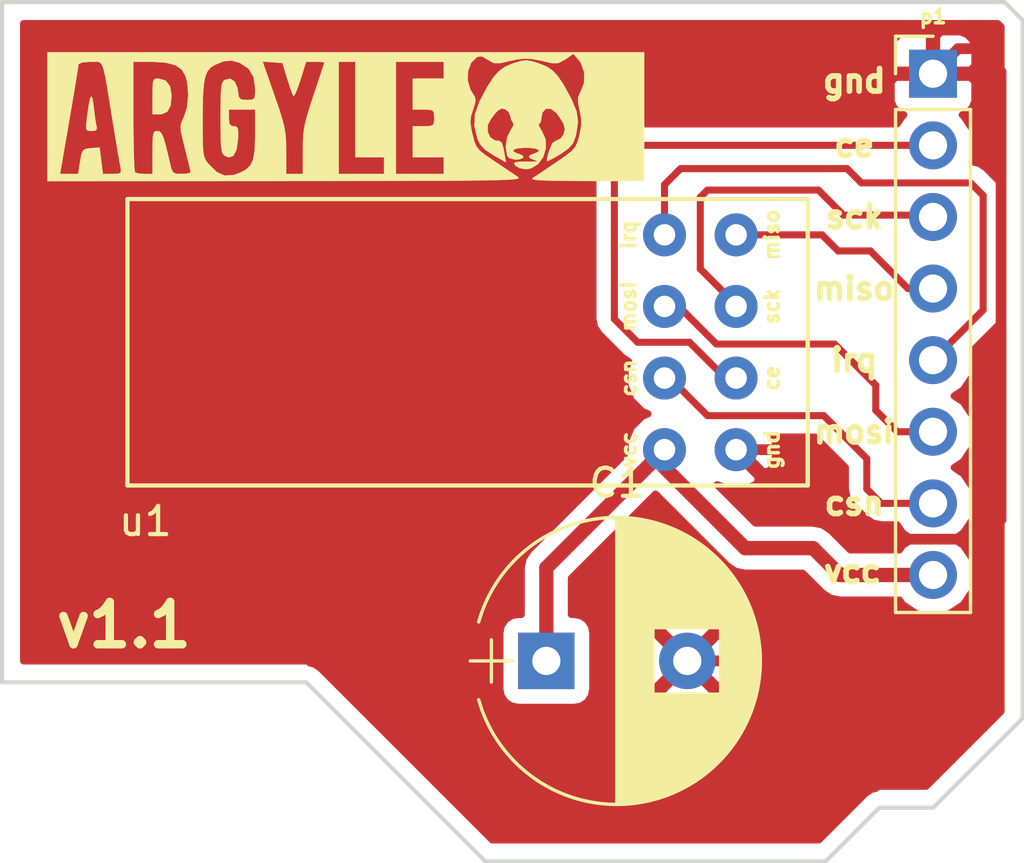
<source format=kicad_pcb>
(kicad_pcb (version 4) (host pcbnew 4.0.7)

  (general
    (links 10)
    (no_connects 0)
    (area 107.874999 109.1155 145.71762 139.973)
    (thickness 1.6)
    (drawings 21)
    (tracks 61)
    (zones 0)
    (modules 4)
    (nets 9)
  )

  (page A4)
  (title_block
    (title "nRF24 Breakout")
    (date 2018-06-21)
    (rev 1.0)
    (company "Argyle Labs")
    (comment 1 "M. Oswald")
  )

  (layers
    (0 F.Cu signal)
    (31 B.Cu signal)
    (32 B.Adhes user)
    (33 F.Adhes user)
    (34 B.Paste user)
    (35 F.Paste user)
    (36 B.SilkS user)
    (37 F.SilkS user)
    (38 B.Mask user)
    (39 F.Mask user)
    (40 Dwgs.User user)
    (41 Cmts.User user)
    (42 Eco1.User user)
    (43 Eco2.User user)
    (44 Edge.Cuts user)
    (45 Margin user)
    (46 B.CrtYd user)
    (47 F.CrtYd user)
    (48 B.Fab user)
    (49 F.Fab user)
  )

  (setup
    (last_trace_width 0.25)
    (user_trace_width 0.1524)
    (user_trace_width 0.254)
    (user_trace_width 0.381)
    (user_trace_width 0.508)
    (user_trace_width 0.8128)
    (trace_clearance 0.2)
    (zone_clearance 0.508)
    (zone_45_only no)
    (trace_min 0.1524)
    (segment_width 0.2)
    (edge_width 0.15)
    (via_size 0.6)
    (via_drill 0.4)
    (via_min_size 0.4)
    (via_min_drill 0.254)
    (user_via 0.4826 0.3302)
    (user_via 0.5 0.4)
    (user_via 1.9 0.254)
    (uvia_size 0.3)
    (uvia_drill 0.1)
    (uvias_allowed no)
    (uvia_min_size 0.2)
    (uvia_min_drill 0.1)
    (pcb_text_width 0.3)
    (pcb_text_size 1.5 1.5)
    (mod_edge_width 0.15)
    (mod_text_size 1 1)
    (mod_text_width 0.15)
    (pad_size 1.524 1.524)
    (pad_drill 0.762)
    (pad_to_mask_clearance 0.2)
    (aux_axis_origin 0 0)
    (visible_elements FFFFFF7F)
    (pcbplotparams
      (layerselection 0x010f0_80000001)
      (usegerberextensions true)
      (excludeedgelayer true)
      (linewidth 0.100000)
      (plotframeref false)
      (viasonmask false)
      (mode 1)
      (useauxorigin false)
      (hpglpennumber 1)
      (hpglpenspeed 20)
      (hpglpendiameter 15)
      (hpglpenoverlay 2)
      (psnegative false)
      (psa4output false)
      (plotreference true)
      (plotvalue true)
      (plotinvisibletext false)
      (padsonsilk false)
      (subtractmaskfromsilk false)
      (outputformat 1)
      (mirror false)
      (drillshape 0)
      (scaleselection 1)
      (outputdirectory ../../nRF24Gerber/))
  )

  (net 0 "")
  (net 1 "Net-(p1-Pad2)")
  (net 2 "Net-(p1-Pad3)")
  (net 3 "Net-(p1-Pad4)")
  (net 4 "Net-(p1-Pad5)")
  (net 5 "Net-(p1-Pad6)")
  (net 6 "Net-(p1-Pad7)")
  (net 7 "Net-(C1-Pad1)")
  (net 8 "Net-(C1-Pad2)")

  (net_class Default "This is the default net class."
    (clearance 0.2)
    (trace_width 0.25)
    (via_dia 0.6)
    (via_drill 0.4)
    (uvia_dia 0.3)
    (uvia_drill 0.1)
    (add_net "Net-(C1-Pad1)")
    (add_net "Net-(C1-Pad2)")
    (add_net "Net-(p1-Pad2)")
    (add_net "Net-(p1-Pad3)")
    (add_net "Net-(p1-Pad4)")
    (add_net "Net-(p1-Pad5)")
    (add_net "Net-(p1-Pad6)")
    (add_net "Net-(p1-Pad7)")
  )

  (module Pin_Headers:Pin_Header_Straight_1x08_Pitch2.54mm (layer F.Cu) (tedit 5B2C615B) (tstamp 5B2C54AD)
    (at 140.97 111.76)
    (descr "Through hole straight pin header, 1x08, 2.54mm pitch, single row")
    (tags "Through hole pin header THT 1x08 2.54mm single row")
    (path /5B2C40E6)
    (fp_text reference p1 (at 0 -2.032) (layer F.SilkS)
      (effects (font (size 0.5 0.5) (thickness 0.125)))
    )
    (fp_text value Conn_01x08 (at 0 20.11) (layer F.Fab) hide
      (effects (font (size 1 1) (thickness 0.15)))
    )
    (fp_line (start -0.635 -1.27) (end 1.27 -1.27) (layer F.Fab) (width 0.1))
    (fp_line (start 1.27 -1.27) (end 1.27 19.05) (layer F.Fab) (width 0.1))
    (fp_line (start 1.27 19.05) (end -1.27 19.05) (layer F.Fab) (width 0.1))
    (fp_line (start -1.27 19.05) (end -1.27 -0.635) (layer F.Fab) (width 0.1))
    (fp_line (start -1.27 -0.635) (end -0.635 -1.27) (layer F.Fab) (width 0.1))
    (fp_line (start -1.33 19.11) (end 1.33 19.11) (layer F.SilkS) (width 0.12))
    (fp_line (start -1.33 1.27) (end -1.33 19.11) (layer F.SilkS) (width 0.12))
    (fp_line (start 1.33 1.27) (end 1.33 19.11) (layer F.SilkS) (width 0.12))
    (fp_line (start -1.33 1.27) (end 1.33 1.27) (layer F.SilkS) (width 0.12))
    (fp_line (start -1.33 0) (end -1.33 -1.33) (layer F.SilkS) (width 0.12))
    (fp_line (start -1.33 -1.33) (end 0 -1.33) (layer F.SilkS) (width 0.12))
    (fp_line (start -1.8 -1.8) (end -1.8 19.55) (layer F.CrtYd) (width 0.05))
    (fp_line (start -1.8 19.55) (end 1.8 19.55) (layer F.CrtYd) (width 0.05))
    (fp_line (start 1.8 19.55) (end 1.8 -1.8) (layer F.CrtYd) (width 0.05))
    (fp_line (start 1.8 -1.8) (end -1.8 -1.8) (layer F.CrtYd) (width 0.05))
    (fp_text user %R (at 0 8.89 90) (layer F.Fab)
      (effects (font (size 1 1) (thickness 0.15)))
    )
    (pad 1 thru_hole rect (at 0 0) (size 1.7 1.7) (drill 1) (layers *.Cu *.Mask)
      (net 8 "Net-(C1-Pad2)"))
    (pad 2 thru_hole oval (at 0 2.54) (size 1.7 1.7) (drill 1) (layers *.Cu *.Mask)
      (net 1 "Net-(p1-Pad2)"))
    (pad 3 thru_hole oval (at 0 5.08) (size 1.7 1.7) (drill 1) (layers *.Cu *.Mask)
      (net 2 "Net-(p1-Pad3)"))
    (pad 4 thru_hole oval (at 0 7.62) (size 1.7 1.7) (drill 1) (layers *.Cu *.Mask)
      (net 3 "Net-(p1-Pad4)"))
    (pad 5 thru_hole oval (at 0 10.16) (size 1.7 1.7) (drill 1) (layers *.Cu *.Mask)
      (net 4 "Net-(p1-Pad5)"))
    (pad 6 thru_hole oval (at 0 12.7) (size 1.7 1.7) (drill 1) (layers *.Cu *.Mask)
      (net 5 "Net-(p1-Pad6)"))
    (pad 7 thru_hole oval (at 0 15.24) (size 1.7 1.7) (drill 1) (layers *.Cu *.Mask)
      (net 6 "Net-(p1-Pad7)"))
    (pad 8 thru_hole oval (at 0 17.78) (size 1.7 1.7) (drill 1) (layers *.Cu *.Mask)
      (net 7 "Net-(C1-Pad1)"))
    (model ${KISYS3DMOD}/Pin_Headers.3dshapes/Pin_Header_Straight_1x08_Pitch2.54mm.wrl
      (at (xyz 0 0 0))
      (scale (xyz 1 1 1))
      (rotate (xyz 0 0 0))
    )
  )

  (module nRF24_footprints:nRF24 (layer F.Cu) (tedit 5B32D6D0) (tstamp 5B2C54C8)
    (at 123.825 123.825)
    (descr "A footprint for the generic nRF24 module")
    (path /5B2C46D2)
    (fp_text reference u1 (at -10.795 3.81) (layer F.SilkS)
      (effects (font (size 1 1) (thickness 0.15)))
    )
    (fp_text value nRF24 (at 1.905 -2.54) (layer F.Fab)
      (effects (font (size 1 1) (thickness 0.15)))
    )
    (fp_text user vcc (at 6.35 1.27 90) (layer F.SilkS)
      (effects (font (size 0.5 0.5) (thickness 0.125)))
    )
    (fp_text user csn (at 6.35 -1.27 90) (layer F.SilkS)
      (effects (font (size 0.5 0.5) (thickness 0.125)))
    )
    (fp_text user mosi (at 6.35 -3.81 90) (layer F.SilkS)
      (effects (font (size 0.5 0.5) (thickness 0.125)))
    )
    (fp_text user irq (at 6.35 -6.35 90) (layer F.SilkS)
      (effects (font (size 0.5 0.5) (thickness 0.125)))
    )
    (fp_line (start 11.43 2.54) (end 12.7 2.54) (layer F.SilkS) (width 0.15))
    (fp_text user miso (at 11.43 -6.35 90) (layer F.SilkS)
      (effects (font (size 0.5 0.5) (thickness 0.125)))
    )
    (fp_text user sck (at 11.43 -3.81 90) (layer F.SilkS)
      (effects (font (size 0.5 0.5) (thickness 0.125)))
    )
    (fp_text user ce (at 11.43 -1.27 90) (layer F.SilkS)
      (effects (font (size 0.5 0.5) (thickness 0.125)))
    )
    (fp_text user gnd (at 11.43 1.27 90) (layer F.SilkS)
      (effects (font (size 0.5 0.5) (thickness 0.125)))
    )
    (fp_line (start 12.7 2.54) (end 12.7 -7.62) (layer F.SilkS) (width 0.15))
    (fp_line (start 12.7 -7.62) (end 12.7 2.54) (layer F.SilkS) (width 0.15))
    (fp_line (start 11.43 -7.62) (end 12.7 -7.62) (layer F.SilkS) (width 0.15))
    (fp_line (start -11.43 2.54) (end 11.43 2.54) (layer F.SilkS) (width 0.15))
    (fp_line (start -11.43 -7.62) (end -11.43 2.54) (layer F.SilkS) (width 0.15))
    (fp_line (start 11.43 -7.62) (end -11.43 -7.62) (layer F.SilkS) (width 0.15))
    (pad 1 thru_hole circle (at 10.16 -1.27) (size 1.524 1.524) (drill 0.762) (layers *.Cu *.Mask)
      (net 1 "Net-(p1-Pad2)"))
    (pad 2 thru_hole circle (at 10.16 -3.81) (size 1.524 1.524) (drill 0.762) (layers *.Cu *.Mask)
      (net 2 "Net-(p1-Pad3)"))
    (pad 3 thru_hole circle (at 10.16 -6.35) (size 1.524 1.524) (drill 0.762) (layers *.Cu *.Mask)
      (net 3 "Net-(p1-Pad4)"))
    (pad 0 thru_hole circle (at 10.16 1.27) (size 1.524 1.524) (drill 0.762) (layers *.Cu *.Mask)
      (net 8 "Net-(C1-Pad2)"))
    (pad 4 thru_hole circle (at 7.62 -6.35) (size 1.524 1.524) (drill 0.762) (layers *.Cu *.Mask)
      (net 4 "Net-(p1-Pad5)"))
    (pad 5 thru_hole circle (at 7.62 -3.81) (size 1.524 1.524) (drill 0.762) (layers *.Cu *.Mask)
      (net 5 "Net-(p1-Pad6)"))
    (pad 6 thru_hole circle (at 7.62 -1.27) (size 1.524 1.524) (drill 0.762) (layers *.Cu *.Mask)
      (net 6 "Net-(p1-Pad7)"))
    (pad 7 thru_hole circle (at 7.62 1.27) (size 1.524 1.524) (drill 0.762) (layers *.Cu *.Mask)
      (net 7 "Net-(C1-Pad1)"))
  )

  (module Capacitors_THT:CP_Radial_D10.0mm_P5.00mm (layer F.Cu) (tedit 597BC7C2) (tstamp 5B2D0595)
    (at 127.254 132.588)
    (descr "CP, Radial series, Radial, pin pitch=5.00mm, , diameter=10mm, Electrolytic Capacitor")
    (tags "CP Radial series Radial pin pitch 5.00mm  diameter 10mm Electrolytic Capacitor")
    (path /5B2D035E)
    (fp_text reference C1 (at 2.5 -6.31) (layer F.SilkS)
      (effects (font (size 1 1) (thickness 0.15)))
    )
    (fp_text value 10uF (at 2.5 6.31) (layer F.Fab)
      (effects (font (size 1 1) (thickness 0.15)))
    )
    (fp_arc (start 2.5 0) (end -2.399357 -1.38) (angle 148.5) (layer F.SilkS) (width 0.12))
    (fp_arc (start 2.5 0) (end -2.399357 1.38) (angle -148.5) (layer F.SilkS) (width 0.12))
    (fp_arc (start 2.5 0) (end 7.399357 -1.38) (angle 31.5) (layer F.SilkS) (width 0.12))
    (fp_circle (center 2.5 0) (end 7.5 0) (layer F.Fab) (width 0.1))
    (fp_line (start -2.7 0) (end -1.2 0) (layer F.Fab) (width 0.1))
    (fp_line (start -1.95 -0.75) (end -1.95 0.75) (layer F.Fab) (width 0.1))
    (fp_line (start 2.5 -5.05) (end 2.5 5.05) (layer F.SilkS) (width 0.12))
    (fp_line (start 2.54 -5.05) (end 2.54 5.05) (layer F.SilkS) (width 0.12))
    (fp_line (start 2.58 -5.05) (end 2.58 5.05) (layer F.SilkS) (width 0.12))
    (fp_line (start 2.62 -5.049) (end 2.62 5.049) (layer F.SilkS) (width 0.12))
    (fp_line (start 2.66 -5.048) (end 2.66 5.048) (layer F.SilkS) (width 0.12))
    (fp_line (start 2.7 -5.047) (end 2.7 5.047) (layer F.SilkS) (width 0.12))
    (fp_line (start 2.74 -5.045) (end 2.74 5.045) (layer F.SilkS) (width 0.12))
    (fp_line (start 2.78 -5.043) (end 2.78 5.043) (layer F.SilkS) (width 0.12))
    (fp_line (start 2.82 -5.04) (end 2.82 5.04) (layer F.SilkS) (width 0.12))
    (fp_line (start 2.86 -5.038) (end 2.86 5.038) (layer F.SilkS) (width 0.12))
    (fp_line (start 2.9 -5.035) (end 2.9 5.035) (layer F.SilkS) (width 0.12))
    (fp_line (start 2.94 -5.031) (end 2.94 5.031) (layer F.SilkS) (width 0.12))
    (fp_line (start 2.98 -5.028) (end 2.98 5.028) (layer F.SilkS) (width 0.12))
    (fp_line (start 3.02 -5.024) (end 3.02 5.024) (layer F.SilkS) (width 0.12))
    (fp_line (start 3.06 -5.02) (end 3.06 5.02) (layer F.SilkS) (width 0.12))
    (fp_line (start 3.1 -5.015) (end 3.1 5.015) (layer F.SilkS) (width 0.12))
    (fp_line (start 3.14 -5.01) (end 3.14 5.01) (layer F.SilkS) (width 0.12))
    (fp_line (start 3.18 -5.005) (end 3.18 5.005) (layer F.SilkS) (width 0.12))
    (fp_line (start 3.221 -4.999) (end 3.221 4.999) (layer F.SilkS) (width 0.12))
    (fp_line (start 3.261 -4.993) (end 3.261 4.993) (layer F.SilkS) (width 0.12))
    (fp_line (start 3.301 -4.987) (end 3.301 4.987) (layer F.SilkS) (width 0.12))
    (fp_line (start 3.341 -4.981) (end 3.341 4.981) (layer F.SilkS) (width 0.12))
    (fp_line (start 3.381 -4.974) (end 3.381 4.974) (layer F.SilkS) (width 0.12))
    (fp_line (start 3.421 -4.967) (end 3.421 4.967) (layer F.SilkS) (width 0.12))
    (fp_line (start 3.461 -4.959) (end 3.461 4.959) (layer F.SilkS) (width 0.12))
    (fp_line (start 3.501 -4.951) (end 3.501 4.951) (layer F.SilkS) (width 0.12))
    (fp_line (start 3.541 -4.943) (end 3.541 4.943) (layer F.SilkS) (width 0.12))
    (fp_line (start 3.581 -4.935) (end 3.581 4.935) (layer F.SilkS) (width 0.12))
    (fp_line (start 3.621 -4.926) (end 3.621 4.926) (layer F.SilkS) (width 0.12))
    (fp_line (start 3.661 -4.917) (end 3.661 4.917) (layer F.SilkS) (width 0.12))
    (fp_line (start 3.701 -4.907) (end 3.701 4.907) (layer F.SilkS) (width 0.12))
    (fp_line (start 3.741 -4.897) (end 3.741 4.897) (layer F.SilkS) (width 0.12))
    (fp_line (start 3.781 -4.887) (end 3.781 4.887) (layer F.SilkS) (width 0.12))
    (fp_line (start 3.821 -4.876) (end 3.821 -1.181) (layer F.SilkS) (width 0.12))
    (fp_line (start 3.821 1.181) (end 3.821 4.876) (layer F.SilkS) (width 0.12))
    (fp_line (start 3.861 -4.865) (end 3.861 -1.181) (layer F.SilkS) (width 0.12))
    (fp_line (start 3.861 1.181) (end 3.861 4.865) (layer F.SilkS) (width 0.12))
    (fp_line (start 3.901 -4.854) (end 3.901 -1.181) (layer F.SilkS) (width 0.12))
    (fp_line (start 3.901 1.181) (end 3.901 4.854) (layer F.SilkS) (width 0.12))
    (fp_line (start 3.941 -4.843) (end 3.941 -1.181) (layer F.SilkS) (width 0.12))
    (fp_line (start 3.941 1.181) (end 3.941 4.843) (layer F.SilkS) (width 0.12))
    (fp_line (start 3.981 -4.831) (end 3.981 -1.181) (layer F.SilkS) (width 0.12))
    (fp_line (start 3.981 1.181) (end 3.981 4.831) (layer F.SilkS) (width 0.12))
    (fp_line (start 4.021 -4.818) (end 4.021 -1.181) (layer F.SilkS) (width 0.12))
    (fp_line (start 4.021 1.181) (end 4.021 4.818) (layer F.SilkS) (width 0.12))
    (fp_line (start 4.061 -4.806) (end 4.061 -1.181) (layer F.SilkS) (width 0.12))
    (fp_line (start 4.061 1.181) (end 4.061 4.806) (layer F.SilkS) (width 0.12))
    (fp_line (start 4.101 -4.792) (end 4.101 -1.181) (layer F.SilkS) (width 0.12))
    (fp_line (start 4.101 1.181) (end 4.101 4.792) (layer F.SilkS) (width 0.12))
    (fp_line (start 4.141 -4.779) (end 4.141 -1.181) (layer F.SilkS) (width 0.12))
    (fp_line (start 4.141 1.181) (end 4.141 4.779) (layer F.SilkS) (width 0.12))
    (fp_line (start 4.181 -4.765) (end 4.181 -1.181) (layer F.SilkS) (width 0.12))
    (fp_line (start 4.181 1.181) (end 4.181 4.765) (layer F.SilkS) (width 0.12))
    (fp_line (start 4.221 -4.751) (end 4.221 -1.181) (layer F.SilkS) (width 0.12))
    (fp_line (start 4.221 1.181) (end 4.221 4.751) (layer F.SilkS) (width 0.12))
    (fp_line (start 4.261 -4.737) (end 4.261 -1.181) (layer F.SilkS) (width 0.12))
    (fp_line (start 4.261 1.181) (end 4.261 4.737) (layer F.SilkS) (width 0.12))
    (fp_line (start 4.301 -4.722) (end 4.301 -1.181) (layer F.SilkS) (width 0.12))
    (fp_line (start 4.301 1.181) (end 4.301 4.722) (layer F.SilkS) (width 0.12))
    (fp_line (start 4.341 -4.706) (end 4.341 -1.181) (layer F.SilkS) (width 0.12))
    (fp_line (start 4.341 1.181) (end 4.341 4.706) (layer F.SilkS) (width 0.12))
    (fp_line (start 4.381 -4.691) (end 4.381 -1.181) (layer F.SilkS) (width 0.12))
    (fp_line (start 4.381 1.181) (end 4.381 4.691) (layer F.SilkS) (width 0.12))
    (fp_line (start 4.421 -4.674) (end 4.421 -1.181) (layer F.SilkS) (width 0.12))
    (fp_line (start 4.421 1.181) (end 4.421 4.674) (layer F.SilkS) (width 0.12))
    (fp_line (start 4.461 -4.658) (end 4.461 -1.181) (layer F.SilkS) (width 0.12))
    (fp_line (start 4.461 1.181) (end 4.461 4.658) (layer F.SilkS) (width 0.12))
    (fp_line (start 4.501 -4.641) (end 4.501 -1.181) (layer F.SilkS) (width 0.12))
    (fp_line (start 4.501 1.181) (end 4.501 4.641) (layer F.SilkS) (width 0.12))
    (fp_line (start 4.541 -4.624) (end 4.541 -1.181) (layer F.SilkS) (width 0.12))
    (fp_line (start 4.541 1.181) (end 4.541 4.624) (layer F.SilkS) (width 0.12))
    (fp_line (start 4.581 -4.606) (end 4.581 -1.181) (layer F.SilkS) (width 0.12))
    (fp_line (start 4.581 1.181) (end 4.581 4.606) (layer F.SilkS) (width 0.12))
    (fp_line (start 4.621 -4.588) (end 4.621 -1.181) (layer F.SilkS) (width 0.12))
    (fp_line (start 4.621 1.181) (end 4.621 4.588) (layer F.SilkS) (width 0.12))
    (fp_line (start 4.661 -4.569) (end 4.661 -1.181) (layer F.SilkS) (width 0.12))
    (fp_line (start 4.661 1.181) (end 4.661 4.569) (layer F.SilkS) (width 0.12))
    (fp_line (start 4.701 -4.55) (end 4.701 -1.181) (layer F.SilkS) (width 0.12))
    (fp_line (start 4.701 1.181) (end 4.701 4.55) (layer F.SilkS) (width 0.12))
    (fp_line (start 4.741 -4.531) (end 4.741 -1.181) (layer F.SilkS) (width 0.12))
    (fp_line (start 4.741 1.181) (end 4.741 4.531) (layer F.SilkS) (width 0.12))
    (fp_line (start 4.781 -4.511) (end 4.781 -1.181) (layer F.SilkS) (width 0.12))
    (fp_line (start 4.781 1.181) (end 4.781 4.511) (layer F.SilkS) (width 0.12))
    (fp_line (start 4.821 -4.491) (end 4.821 -1.181) (layer F.SilkS) (width 0.12))
    (fp_line (start 4.821 1.181) (end 4.821 4.491) (layer F.SilkS) (width 0.12))
    (fp_line (start 4.861 -4.47) (end 4.861 -1.181) (layer F.SilkS) (width 0.12))
    (fp_line (start 4.861 1.181) (end 4.861 4.47) (layer F.SilkS) (width 0.12))
    (fp_line (start 4.901 -4.449) (end 4.901 -1.181) (layer F.SilkS) (width 0.12))
    (fp_line (start 4.901 1.181) (end 4.901 4.449) (layer F.SilkS) (width 0.12))
    (fp_line (start 4.941 -4.428) (end 4.941 -1.181) (layer F.SilkS) (width 0.12))
    (fp_line (start 4.941 1.181) (end 4.941 4.428) (layer F.SilkS) (width 0.12))
    (fp_line (start 4.981 -4.405) (end 4.981 -1.181) (layer F.SilkS) (width 0.12))
    (fp_line (start 4.981 1.181) (end 4.981 4.405) (layer F.SilkS) (width 0.12))
    (fp_line (start 5.021 -4.383) (end 5.021 -1.181) (layer F.SilkS) (width 0.12))
    (fp_line (start 5.021 1.181) (end 5.021 4.383) (layer F.SilkS) (width 0.12))
    (fp_line (start 5.061 -4.36) (end 5.061 -1.181) (layer F.SilkS) (width 0.12))
    (fp_line (start 5.061 1.181) (end 5.061 4.36) (layer F.SilkS) (width 0.12))
    (fp_line (start 5.101 -4.336) (end 5.101 -1.181) (layer F.SilkS) (width 0.12))
    (fp_line (start 5.101 1.181) (end 5.101 4.336) (layer F.SilkS) (width 0.12))
    (fp_line (start 5.141 -4.312) (end 5.141 -1.181) (layer F.SilkS) (width 0.12))
    (fp_line (start 5.141 1.181) (end 5.141 4.312) (layer F.SilkS) (width 0.12))
    (fp_line (start 5.181 -4.288) (end 5.181 -1.181) (layer F.SilkS) (width 0.12))
    (fp_line (start 5.181 1.181) (end 5.181 4.288) (layer F.SilkS) (width 0.12))
    (fp_line (start 5.221 -4.263) (end 5.221 -1.181) (layer F.SilkS) (width 0.12))
    (fp_line (start 5.221 1.181) (end 5.221 4.263) (layer F.SilkS) (width 0.12))
    (fp_line (start 5.261 -4.237) (end 5.261 -1.181) (layer F.SilkS) (width 0.12))
    (fp_line (start 5.261 1.181) (end 5.261 4.237) (layer F.SilkS) (width 0.12))
    (fp_line (start 5.301 -4.211) (end 5.301 -1.181) (layer F.SilkS) (width 0.12))
    (fp_line (start 5.301 1.181) (end 5.301 4.211) (layer F.SilkS) (width 0.12))
    (fp_line (start 5.341 -4.185) (end 5.341 -1.181) (layer F.SilkS) (width 0.12))
    (fp_line (start 5.341 1.181) (end 5.341 4.185) (layer F.SilkS) (width 0.12))
    (fp_line (start 5.381 -4.157) (end 5.381 -1.181) (layer F.SilkS) (width 0.12))
    (fp_line (start 5.381 1.181) (end 5.381 4.157) (layer F.SilkS) (width 0.12))
    (fp_line (start 5.421 -4.13) (end 5.421 -1.181) (layer F.SilkS) (width 0.12))
    (fp_line (start 5.421 1.181) (end 5.421 4.13) (layer F.SilkS) (width 0.12))
    (fp_line (start 5.461 -4.101) (end 5.461 -1.181) (layer F.SilkS) (width 0.12))
    (fp_line (start 5.461 1.181) (end 5.461 4.101) (layer F.SilkS) (width 0.12))
    (fp_line (start 5.501 -4.072) (end 5.501 -1.181) (layer F.SilkS) (width 0.12))
    (fp_line (start 5.501 1.181) (end 5.501 4.072) (layer F.SilkS) (width 0.12))
    (fp_line (start 5.541 -4.043) (end 5.541 -1.181) (layer F.SilkS) (width 0.12))
    (fp_line (start 5.541 1.181) (end 5.541 4.043) (layer F.SilkS) (width 0.12))
    (fp_line (start 5.581 -4.013) (end 5.581 -1.181) (layer F.SilkS) (width 0.12))
    (fp_line (start 5.581 1.181) (end 5.581 4.013) (layer F.SilkS) (width 0.12))
    (fp_line (start 5.621 -3.982) (end 5.621 -1.181) (layer F.SilkS) (width 0.12))
    (fp_line (start 5.621 1.181) (end 5.621 3.982) (layer F.SilkS) (width 0.12))
    (fp_line (start 5.661 -3.951) (end 5.661 -1.181) (layer F.SilkS) (width 0.12))
    (fp_line (start 5.661 1.181) (end 5.661 3.951) (layer F.SilkS) (width 0.12))
    (fp_line (start 5.701 -3.919) (end 5.701 -1.181) (layer F.SilkS) (width 0.12))
    (fp_line (start 5.701 1.181) (end 5.701 3.919) (layer F.SilkS) (width 0.12))
    (fp_line (start 5.741 -3.886) (end 5.741 -1.181) (layer F.SilkS) (width 0.12))
    (fp_line (start 5.741 1.181) (end 5.741 3.886) (layer F.SilkS) (width 0.12))
    (fp_line (start 5.781 -3.853) (end 5.781 -1.181) (layer F.SilkS) (width 0.12))
    (fp_line (start 5.781 1.181) (end 5.781 3.853) (layer F.SilkS) (width 0.12))
    (fp_line (start 5.821 -3.819) (end 5.821 -1.181) (layer F.SilkS) (width 0.12))
    (fp_line (start 5.821 1.181) (end 5.821 3.819) (layer F.SilkS) (width 0.12))
    (fp_line (start 5.861 -3.784) (end 5.861 -1.181) (layer F.SilkS) (width 0.12))
    (fp_line (start 5.861 1.181) (end 5.861 3.784) (layer F.SilkS) (width 0.12))
    (fp_line (start 5.901 -3.748) (end 5.901 -1.181) (layer F.SilkS) (width 0.12))
    (fp_line (start 5.901 1.181) (end 5.901 3.748) (layer F.SilkS) (width 0.12))
    (fp_line (start 5.941 -3.712) (end 5.941 -1.181) (layer F.SilkS) (width 0.12))
    (fp_line (start 5.941 1.181) (end 5.941 3.712) (layer F.SilkS) (width 0.12))
    (fp_line (start 5.981 -3.675) (end 5.981 -1.181) (layer F.SilkS) (width 0.12))
    (fp_line (start 5.981 1.181) (end 5.981 3.675) (layer F.SilkS) (width 0.12))
    (fp_line (start 6.021 -3.637) (end 6.021 -1.181) (layer F.SilkS) (width 0.12))
    (fp_line (start 6.021 1.181) (end 6.021 3.637) (layer F.SilkS) (width 0.12))
    (fp_line (start 6.061 -3.598) (end 6.061 -1.181) (layer F.SilkS) (width 0.12))
    (fp_line (start 6.061 1.181) (end 6.061 3.598) (layer F.SilkS) (width 0.12))
    (fp_line (start 6.101 -3.559) (end 6.101 -1.181) (layer F.SilkS) (width 0.12))
    (fp_line (start 6.101 1.181) (end 6.101 3.559) (layer F.SilkS) (width 0.12))
    (fp_line (start 6.141 -3.518) (end 6.141 -1.181) (layer F.SilkS) (width 0.12))
    (fp_line (start 6.141 1.181) (end 6.141 3.518) (layer F.SilkS) (width 0.12))
    (fp_line (start 6.181 -3.477) (end 6.181 3.477) (layer F.SilkS) (width 0.12))
    (fp_line (start 6.221 -3.435) (end 6.221 3.435) (layer F.SilkS) (width 0.12))
    (fp_line (start 6.261 -3.391) (end 6.261 3.391) (layer F.SilkS) (width 0.12))
    (fp_line (start 6.301 -3.347) (end 6.301 3.347) (layer F.SilkS) (width 0.12))
    (fp_line (start 6.341 -3.302) (end 6.341 3.302) (layer F.SilkS) (width 0.12))
    (fp_line (start 6.381 -3.255) (end 6.381 3.255) (layer F.SilkS) (width 0.12))
    (fp_line (start 6.421 -3.207) (end 6.421 3.207) (layer F.SilkS) (width 0.12))
    (fp_line (start 6.461 -3.158) (end 6.461 3.158) (layer F.SilkS) (width 0.12))
    (fp_line (start 6.501 -3.108) (end 6.501 3.108) (layer F.SilkS) (width 0.12))
    (fp_line (start 6.541 -3.057) (end 6.541 3.057) (layer F.SilkS) (width 0.12))
    (fp_line (start 6.581 -3.004) (end 6.581 3.004) (layer F.SilkS) (width 0.12))
    (fp_line (start 6.621 -2.949) (end 6.621 2.949) (layer F.SilkS) (width 0.12))
    (fp_line (start 6.661 -2.894) (end 6.661 2.894) (layer F.SilkS) (width 0.12))
    (fp_line (start 6.701 -2.836) (end 6.701 2.836) (layer F.SilkS) (width 0.12))
    (fp_line (start 6.741 -2.777) (end 6.741 2.777) (layer F.SilkS) (width 0.12))
    (fp_line (start 6.781 -2.715) (end 6.781 2.715) (layer F.SilkS) (width 0.12))
    (fp_line (start 6.821 -2.652) (end 6.821 2.652) (layer F.SilkS) (width 0.12))
    (fp_line (start 6.861 -2.587) (end 6.861 2.587) (layer F.SilkS) (width 0.12))
    (fp_line (start 6.901 -2.519) (end 6.901 2.519) (layer F.SilkS) (width 0.12))
    (fp_line (start 6.941 -2.449) (end 6.941 2.449) (layer F.SilkS) (width 0.12))
    (fp_line (start 6.981 -2.377) (end 6.981 2.377) (layer F.SilkS) (width 0.12))
    (fp_line (start 7.021 -2.301) (end 7.021 2.301) (layer F.SilkS) (width 0.12))
    (fp_line (start 7.061 -2.222) (end 7.061 2.222) (layer F.SilkS) (width 0.12))
    (fp_line (start 7.101 -2.14) (end 7.101 2.14) (layer F.SilkS) (width 0.12))
    (fp_line (start 7.141 -2.053) (end 7.141 2.053) (layer F.SilkS) (width 0.12))
    (fp_line (start 7.181 -1.962) (end 7.181 1.962) (layer F.SilkS) (width 0.12))
    (fp_line (start 7.221 -1.866) (end 7.221 1.866) (layer F.SilkS) (width 0.12))
    (fp_line (start 7.261 -1.763) (end 7.261 1.763) (layer F.SilkS) (width 0.12))
    (fp_line (start 7.301 -1.654) (end 7.301 1.654) (layer F.SilkS) (width 0.12))
    (fp_line (start 7.341 -1.536) (end 7.341 1.536) (layer F.SilkS) (width 0.12))
    (fp_line (start 7.381 -1.407) (end 7.381 1.407) (layer F.SilkS) (width 0.12))
    (fp_line (start 7.421 -1.265) (end 7.421 1.265) (layer F.SilkS) (width 0.12))
    (fp_line (start 7.461 -1.104) (end 7.461 1.104) (layer F.SilkS) (width 0.12))
    (fp_line (start 7.501 -0.913) (end 7.501 0.913) (layer F.SilkS) (width 0.12))
    (fp_line (start 7.541 -0.672) (end 7.541 0.672) (layer F.SilkS) (width 0.12))
    (fp_line (start 7.581 -0.279) (end 7.581 0.279) (layer F.SilkS) (width 0.12))
    (fp_line (start -2.7 0) (end -1.2 0) (layer F.SilkS) (width 0.12))
    (fp_line (start -1.95 -0.75) (end -1.95 0.75) (layer F.SilkS) (width 0.12))
    (fp_line (start -2.85 -5.35) (end -2.85 5.35) (layer F.CrtYd) (width 0.05))
    (fp_line (start -2.85 5.35) (end 7.85 5.35) (layer F.CrtYd) (width 0.05))
    (fp_line (start 7.85 5.35) (end 7.85 -5.35) (layer F.CrtYd) (width 0.05))
    (fp_line (start 7.85 -5.35) (end -2.85 -5.35) (layer F.CrtYd) (width 0.05))
    (fp_text user %R (at 2.5 0) (layer F.Fab)
      (effects (font (size 1 1) (thickness 0.15)))
    )
    (pad 1 thru_hole rect (at 0 0) (size 2 2) (drill 1) (layers *.Cu *.Mask)
      (net 7 "Net-(C1-Pad1)"))
    (pad 2 thru_hole circle (at 5 0) (size 2 2) (drill 1) (layers *.Cu *.Mask)
      (net 8 "Net-(C1-Pad2)"))
    (model ${KISYS3DMOD}/Capacitors_THT.3dshapes/CP_Radial_D10.0mm_P5.00mm.wrl
      (at (xyz 0 0 0))
      (scale (xyz 1 1 1))
      (rotate (xyz 0 0 0))
    )
  )

  (module logo3:logo3 (layer F.Cu) (tedit 0) (tstamp 5B32DBA1)
    (at 120.142 113.284)
    (fp_text reference G*** (at 0 0) (layer F.SilkS) hide
      (effects (font (thickness 0.3)))
    )
    (fp_text value LOGO (at 0.75 0) (layer F.SilkS) hide
      (effects (font (thickness 0.3)))
    )
    (fp_poly (pts (xy 10.583333 2.286) (xy 8.530167 2.28102) (xy 7.873269 2.277819) (xy 7.370964 2.271252)
      (xy 7.00853 2.260498) (xy 6.771246 2.244736) (xy 6.644391 2.223144) (xy 6.613243 2.194901)
      (xy 6.633171 2.175187) (xy 6.769248 2.085094) (xy 7.005642 1.926485) (xy 7.302639 1.726057)
      (xy 7.475958 1.608666) (xy 7.793737 1.389105) (xy 8.000911 1.226558) (xy 8.128454 1.085148)
      (xy 8.207337 0.928993) (xy 8.268535 0.722215) (xy 8.279941 0.677333) (xy 8.346197 0.341932)
      (xy 8.346316 0.059318) (xy 8.292479 -0.228605) (xy 8.236797 -0.503832) (xy 8.236353 -0.682542)
      (xy 8.294584 -0.829432) (xy 8.327158 -0.881793) (xy 8.450209 -1.205025) (xy 8.453639 -1.566344)
      (xy 8.341149 -1.896084) (xy 8.267762 -1.999798) (xy 8.068857 -2.231039) (xy 7.79755 -2.037852)
      (xy 7.540144 -1.902577) (xy 7.306328 -1.89765) (xy 7.297955 -1.899603) (xy 6.893945 -1.99391)
      (xy 6.596017 -2.047498) (xy 6.345886 -2.060366) (xy 6.085271 -2.032518) (xy 5.755889 -1.963955)
      (xy 5.485976 -1.899648) (xy 5.243355 -1.901965) (xy 5.032428 -2.020995) (xy 4.839699 -2.136808)
      (xy 4.684408 -2.129397) (xy 4.649558 -2.112863) (xy 4.447652 -1.916946) (xy 4.336261 -1.626309)
      (xy 4.32237 -1.293532) (xy 4.412962 -0.971192) (xy 4.482296 -0.853741) (xy 4.578125 -0.701144)
      (xy 4.60287 -0.568649) (xy 4.559834 -0.386085) (xy 4.510905 -0.245678) (xy 4.437896 -0.009659)
      (xy 4.418201 0.191738) (xy 4.450608 0.433376) (xy 4.496596 0.637326) (xy 4.560379 0.88182)
      (xy 4.632654 1.055073) (xy 4.746198 1.197425) (xy 4.93379 1.349216) (xy 5.228209 1.550788)
      (xy 5.251464 1.566333) (xy 5.563827 1.775346) (xy 5.846078 1.964696) (xy 6.051155 2.102794)
      (xy 6.09631 2.133392) (xy 6.12396 2.156934) (xy 6.127218 2.177775) (xy 6.096619 2.196086)
      (xy 6.022696 2.212035) (xy 5.895983 2.225795) (xy 5.707014 2.237534) (xy 5.446322 2.247425)
      (xy 5.104442 2.255636) (xy 4.671906 2.262338) (xy 4.13925 2.267701) (xy 3.497006 2.271897)
      (xy 2.735709 2.275094) (xy 1.845892 2.277464) (xy 0.818088 2.279177) (xy -0.357167 2.280403)
      (xy -1.689341 2.281313) (xy -2.137833 2.281559) (xy -10.583333 2.286) (xy -10.583333 2.032)
      (xy -10.137273 2.032) (xy -9.495583 2.032) (xy -9.425278 1.5875) (xy -9.378443 1.329332)
      (xy -9.319743 1.194252) (xy -9.213146 1.137747) (xy -9.044501 1.11712) (xy -8.734029 1.091241)
      (xy -8.675259 1.56162) (xy -8.616489 2.032) (xy -8.280851 2.032) (xy -8.067317 2.023666)
      (xy -7.981472 1.97627) (xy -7.98176 1.856221) (xy -7.992807 1.799166) (xy -8.021352 1.643124)
      (xy -8.071722 1.351152) (xy -8.138645 0.954474) (xy -8.216852 0.484311) (xy -8.296479 0)
      (xy -8.397013 -0.620975) (xy -8.47455 -1.095039) (xy -8.536789 -1.44181) (xy -8.591432 -1.680903)
      (xy -8.64618 -1.831935) (xy -8.708734 -1.914524) (xy -8.784592 -1.947334) (xy -7.535333 -1.947334)
      (xy -7.535333 -0.014112) (xy -7.532962 0.541729) (xy -7.526314 1.040018) (xy -7.516088 1.456103)
      (xy -7.502984 1.76533) (xy -7.487701 1.943047) (xy -7.478889 1.975555) (xy -7.362697 2.014298)
      (xy -7.156986 2.031901) (xy -7.140222 2.032) (xy -6.858 2.032) (xy -6.858 1.27)
      (xy -6.855034 0.90763) (xy -6.841486 0.682423) (xy -6.810384 0.562243) (xy -6.754754 0.514957)
      (xy -6.692647 0.508) (xy -6.606602 0.526508) (xy -6.534383 0.599146) (xy -6.46551 0.75158)
      (xy -6.389505 1.009477) (xy -6.29589 1.398505) (xy -6.254713 1.58072) (xy -6.191662 1.839416)
      (xy -6.126527 1.973621) (xy -6.02072 2.024195) (xy -5.835652 2.031999) (xy -5.828527 2.032)
      (xy -5.621912 2.017378) (xy -5.511086 1.981019) (xy -5.505031 1.9685) (xy -5.525624 1.863709)
      (xy -5.579536 1.634492) (xy -5.657327 1.320267) (xy -5.707728 1.122143) (xy -5.799583 0.757543)
      (xy -5.850588 0.513762) (xy -5.86234 0.347691) (xy -5.836434 0.216222) (xy -5.774467 0.076247)
      (xy -5.773312 0.073966) (xy -5.08 0.073966) (xy -5.079205 0.58077) (xy -5.074088 0.947627)
      (xy -5.060553 1.203921) (xy -5.034505 1.379038) (xy -4.991848 1.502364) (xy -4.928485 1.603283)
      (xy -4.854072 1.694841) (xy -4.569296 1.969512) (xy -4.288013 2.090164) (xy -3.973271 2.067209)
      (xy -3.776013 1.99861) (xy -3.544934 1.87944) (xy -3.386464 1.727724) (xy -3.287732 1.511612)
      (xy -3.235867 1.199257) (xy -3.217999 0.758809) (xy -3.217333 0.616161) (xy -3.217333 -0.254)
      (xy -4.148667 -0.254) (xy -4.148667 0.042333) (xy -4.130161 0.245954) (xy -4.056769 0.328361)
      (xy -3.975108 0.338666) (xy -3.877255 0.354944) (xy -3.829186 0.430531) (xy -3.818463 0.605557)
      (xy -3.826942 0.816736) (xy -3.879711 1.176275) (xy -3.989088 1.387486) (xy -4.150489 1.444801)
      (xy -4.296833 1.387339) (xy -4.354976 1.332799) (xy -4.39579 1.236806) (xy -4.422234 1.072515)
      (xy -4.437265 0.813079) (xy -4.443839 0.431652) (xy -4.445 0.042333) (xy -4.442885 -0.450124)
      (xy -4.434569 -0.800124) (xy -4.417094 -1.034514) (xy -4.387502 -1.18014) (xy -4.342837 -1.263848)
      (xy -4.296833 -1.302673) (xy -4.103598 -1.348932) (xy -3.944147 -1.247618) (xy -3.843772 -1.020279)
      (xy -3.826056 -0.901592) (xy -3.795269 -0.697115) (xy -3.715829 -0.611106) (xy -3.535498 -0.59274)
      (xy -3.508556 -0.592667) (xy -3.333373 -0.600124) (xy -3.247901 -0.652315) (xy -3.219938 -0.793966)
      (xy -3.217333 -0.997162) (xy -3.271568 -1.402103) (xy -3.443597 -1.695949) (xy -3.747413 -1.901387)
      (xy -3.784947 -1.917677) (xy -3.928349 -1.9565) (xy -2.951667 -1.9565) (xy -2.534167 -0.762076)
      (xy -2.369408 -0.282934) (xy -2.254642 0.080172) (xy -2.180926 0.369953) (xy -2.13932 0.629121)
      (xy -2.120881 0.900387) (xy -2.116667 1.226461) (xy -2.116667 2.032) (xy -1.524 2.032)
      (xy -1.524 1.202974) (xy -1.519498 0.852019) (xy -1.499963 0.56225) (xy -1.456352 0.287031)
      (xy -1.379623 -0.020272) (xy -1.260735 -0.406297) (xy -1.143 -0.762) (xy -1.006475 -1.170697)
      (xy -0.891613 -1.517687) (xy -0.808058 -1.773588) (xy -0.765455 -1.909021) (xy -0.762 -1.922642)
      (xy -0.836996 -1.938401) (xy -1.023346 -1.94687) (xy -1.085761 -1.947334) (xy -0.254 -1.947334)
      (xy -0.254 2.032) (xy 1.354667 2.032) (xy 1.354667 1.439333) (xy 0.338667 1.439333)
      (xy 0.338667 -1.947334) (xy 1.778 -1.947334) (xy 1.778 2.032) (xy 3.471333 2.032)
      (xy 3.471333 1.439333) (xy 2.370667 1.439333) (xy 2.370667 0.338666) (xy 2.751667 0.338666)
      (xy 2.98577 0.33234) (xy 3.096625 0.289467) (xy 3.130316 0.174202) (xy 3.132667 0.042333)
      (xy 3.124533 -0.139747) (xy 3.06941 -0.225968) (xy 2.921213 -0.252173) (xy 2.751667 -0.254)
      (xy 2.370667 -0.254) (xy 2.370667 -1.354667) (xy 3.471333 -1.354667) (xy 3.471333 -1.947334)
      (xy 1.778 -1.947334) (xy 0.338667 -1.947334) (xy -0.254 -1.947334) (xy -1.085761 -1.947334)
      (xy -1.409521 -1.947334) (xy -1.608477 -1.312939) (xy -1.706881 -1.022728) (xy -1.791597 -0.815173)
      (xy -1.847788 -0.725428) (xy -1.856217 -0.726026) (xy -1.903534 -0.825483) (xy -1.981426 -1.041561)
      (xy -2.073345 -1.328236) (xy -2.076695 -1.339254) (xy -2.24839 -1.905) (xy -2.600029 -1.93075)
      (xy -2.951667 -1.9565) (xy -3.928349 -1.9565) (xy -4.062429 -1.992799) (xy -4.337621 -1.963087)
      (xy -4.642723 -1.839173) (xy -4.794921 -1.743263) (xy -4.907951 -1.610685) (xy -4.987338 -1.41727)
      (xy -5.038605 -1.138852) (xy -5.067276 -0.751262) (xy -5.078875 -0.230334) (xy -5.08 0.073966)
      (xy -5.773312 0.073966) (xy -5.748365 0.024741) (xy -5.632224 -0.337305) (xy -5.590089 -0.775348)
      (xy -5.625528 -1.211397) (xy -5.681846 -1.429272) (xy -5.819395 -1.6693) (xy -6.04965 -1.829187)
      (xy -6.395327 -1.918627) (xy -6.879145 -1.947311) (xy -6.896129 -1.947334) (xy -7.535333 -1.947334)
      (xy -8.784592 -1.947334) (xy -8.786794 -1.948286) (xy -8.888063 -1.952838) (xy -9.02024 -1.947796)
      (xy -9.060947 -1.947334) (xy -9.350558 -1.926686) (xy -9.478194 -1.865066) (xy -9.484632 -1.8415)
      (xy -9.499096 -1.730488) (xy -9.538533 -1.477954) (xy -9.598783 -1.109186) (xy -9.675687 -0.649472)
      (xy -9.765084 -0.124098) (xy -9.811935 0.148166) (xy -10.137273 2.032) (xy -10.583333 2.032)
      (xy -10.583333 -2.286) (xy 10.583333 -2.286) (xy 10.583333 2.286)) (layer F.SilkS) (width 0.01))
    (fp_poly (pts (xy 6.58445 -1.969905) (xy 6.851297 -1.888551) (xy 7.114325 -1.782555) (xy 7.3319 -1.637799)
      (xy 7.529768 -1.425735) (xy 7.733676 -1.117813) (xy 7.96937 -0.685484) (xy 8.013047 -0.600317)
      (xy 8.183127 -0.18894) (xy 8.234534 0.186141) (xy 8.1748 0.601224) (xy 8.14339 0.720164)
      (xy 8.054313 0.94327) (xy 7.905028 1.120597) (xy 7.650287 1.303566) (xy 7.605565 1.331371)
      (xy 7.369676 1.469395) (xy 7.198201 1.556524) (xy 7.133922 1.574144) (xy 7.138831 1.483365)
      (xy 7.185729 1.289529) (xy 7.213607 1.19577) (xy 7.326027 0.941578) (xy 7.457112 0.847596)
      (xy 7.473096 0.846666) (xy 7.616384 0.776719) (xy 7.720401 0.634276) (xy 7.76719 0.436469)
      (xy 7.712224 0.225902) (xy 7.542147 -0.036895) (xy 7.457284 -0.143265) (xy 7.26995 -0.282649)
      (xy 7.092629 -0.279389) (xy 6.97073 -0.146996) (xy 6.942667 0.009874) (xy 6.916474 0.183889)
      (xy 6.855465 0.254) (xy 6.842526 0.312043) (xy 6.919236 0.456124) (xy 6.952013 0.502534)
      (xy 7.084648 0.79899) (xy 7.095346 1.121684) (xy 7.001225 1.429339) (xy 6.819402 1.680679)
      (xy 6.566996 1.834429) (xy 6.387942 1.862666) (xy 6.164835 1.825156) (xy 6.011333 1.735666)
      (xy 5.969626 1.663987) (xy 6.006363 1.619927) (xy 6.146808 1.597856) (xy 6.416227 1.592145)
      (xy 6.646333 1.594174) (xy 6.789594 1.587967) (xy 6.765839 1.56274) (xy 6.731 1.552594)
      (xy 6.534801 1.474913) (xy 6.495464 1.395572) (xy 6.618018 1.327362) (xy 6.640134 1.321454)
      (xy 6.821923 1.2521) (xy 6.848043 1.184532) (xy 6.731858 1.130656) (xy 6.486729 1.102379)
      (xy 6.392333 1.100666) (xy 6.113081 1.119166) (xy 5.956892 1.166652) (xy 5.937736 1.231102)
      (xy 6.069582 1.300496) (xy 6.137748 1.319751) (xy 6.285423 1.38854) (xy 6.282974 1.462427)
      (xy 6.146549 1.514456) (xy 6.015395 1.524) (xy 5.813238 1.479091) (xy 5.724058 1.390075)
      (xy 5.672066 1.073593) (xy 5.720255 0.736073) (xy 5.84349 0.483002) (xy 5.945039 0.309546)
      (xy 5.928157 0.212587) (xy 5.855308 0.092092) (xy 5.842 -0.002018) (xy 5.773826 -0.167395)
      (xy 5.67164 -0.25455) (xy 5.536673 -0.294136) (xy 5.408476 -0.229328) (xy 5.291124 -0.109362)
      (xy 5.135465 0.099317) (xy 5.035966 0.293223) (xy 5.030951 0.309614) (xy 5.029977 0.538138)
      (xy 5.12667 0.735881) (xy 5.286774 0.841725) (xy 5.331982 0.846666) (xy 5.456944 0.861434)
      (xy 5.53283 0.933305) (xy 5.586531 1.103635) (xy 5.62387 1.295538) (xy 5.68198 1.617411)
      (xy 5.232823 1.362959) (xy 4.941725 1.173537) (xy 4.765662 0.98603) (xy 4.669586 0.787086)
      (xy 4.558245 0.325105) (xy 4.582185 -0.10019) (xy 4.74571 -0.548522) (xy 4.769294 -0.595722)
      (xy 5.014489 -1.054145) (xy 5.224009 -1.383099) (xy 5.423288 -1.611039) (xy 5.637754 -1.76642)
      (xy 5.89284 -1.877699) (xy 5.924719 -1.888551) (xy 6.194527 -1.971974) (xy 6.387872 -1.999092)
      (xy 6.58445 -1.969905)) (layer F.SilkS) (width 0.01))
    (fp_poly (pts (xy -8.990158 -0.650089) (xy -8.951315 -0.419765) (xy -8.937575 -0.302746) (xy -8.899311 0.008058)
      (xy -8.860754 0.259049) (xy -8.830289 0.395754) (xy -8.859084 0.483476) (xy -9.014034 0.508)
      (xy -9.140759 0.501141) (xy -9.202472 0.45359) (xy -9.213127 0.32488) (xy -9.186684 0.074546)
      (xy -9.180537 0.025257) (xy -9.123075 -0.389308) (xy -9.07373 -0.637976) (xy -9.030193 -0.723864)
      (xy -8.990158 -0.650089)) (layer F.SilkS) (width 0.01))
    (fp_poly (pts (xy -6.395956 -1.284172) (xy -6.236005 -1.079635) (xy -6.180667 -0.751482) (xy -6.180667 -0.750387)
      (xy -6.216207 -0.394794) (xy -6.329182 -0.179442) (xy -6.529122 -0.089446) (xy -6.606979 -0.084667)
      (xy -6.858 -0.084667) (xy -6.858 -0.719667) (xy -6.8552 -1.042737) (xy -6.839104 -1.232125)
      (xy -6.798172 -1.323472) (xy -6.720862 -1.352421) (xy -6.652381 -1.354667) (xy -6.395956 -1.284172)) (layer F.SilkS) (width 0.01))
  )

  (gr_line (start 144.145 134.62) (end 143.51 135.255) (angle 90) (layer Edge.Cuts) (width 0.15))
  (gr_line (start 144.145 109.855) (end 144.145 134.62) (angle 90) (layer Edge.Cuts) (width 0.15))
  (gr_line (start 143.51 109.22) (end 144.145 109.855) (angle 90) (layer Edge.Cuts) (width 0.15))
  (gr_line (start 137.16 139.7) (end 139.065 137.795) (angle 90) (layer Edge.Cuts) (width 0.15))
  (gr_line (start 125.095 139.7) (end 137.16 139.7) (angle 90) (layer Edge.Cuts) (width 0.15))
  (gr_line (start 121.92 136.525) (end 125.095 139.7) (angle 90) (layer Edge.Cuts) (width 0.15))
  (gr_line (start 140.97 137.795) (end 143.51 135.255) (angle 90) (layer Edge.Cuts) (width 0.15))
  (gr_line (start 139.065 137.795) (end 140.97 137.795) (angle 90) (layer Edge.Cuts) (width 0.15))
  (gr_line (start 143.51 109.22) (end 107.95 109.22) (angle 90) (layer Edge.Cuts) (width 0.15))
  (gr_line (start 118.745 133.35) (end 121.92 136.525) (angle 90) (layer Edge.Cuts) (width 0.15))
  (gr_line (start 107.95 133.35) (end 118.745 133.35) (angle 90) (layer Edge.Cuts) (width 0.15))
  (gr_line (start 107.95 109.22) (end 107.95 133.35) (angle 90) (layer Edge.Cuts) (width 0.15))
  (gr_text "v1.1\n" (at 112.268 131.318) (layer F.SilkS)
    (effects (font (size 1.5 1.5) (thickness 0.3)))
  )
  (gr_text "gnd\n" (at 138.176 112.014) (layer F.SilkS) (tstamp 5B2C61A4)
    (effects (font (size 0.8 0.8) (thickness 0.2)))
  )
  (gr_text "ce\n" (at 138.176 114.3) (layer F.SilkS) (tstamp 5B2C612D)
    (effects (font (size 0.8 0.8) (thickness 0.2)))
  )
  (gr_text sck (at 138.176 116.84) (layer F.SilkS) (tstamp 5B2C6121)
    (effects (font (size 0.8 0.8) (thickness 0.2)))
  )
  (gr_text "miso\n" (at 138.176 119.38) (layer F.SilkS) (tstamp 5B2C6119)
    (effects (font (size 0.8 0.8) (thickness 0.2)))
  )
  (gr_text "irq\n" (at 138.176 121.92) (layer F.SilkS) (tstamp 5B2C6111)
    (effects (font (size 0.8 0.8) (thickness 0.2)))
  )
  (gr_text mosi (at 138.176 124.46) (layer F.SilkS) (tstamp 5B2C60F4)
    (effects (font (size 0.8 0.8) (thickness 0.2)))
  )
  (gr_text "csn\n" (at 138.176 127) (layer F.SilkS) (tstamp 5B2C60BC)
    (effects (font (size 0.8 0.8) (thickness 0.2)))
  )
  (gr_text vcc (at 138.1125 129.413) (layer F.SilkS)
    (effects (font (size 0.8 0.8) (thickness 0.2)))
  )

  (segment (start 133.985 122.555) (end 133.604 122.555) (width 0.25) (layer F.Cu) (net 1) (status 30))
  (segment (start 133.604 122.555) (end 132.334 121.285) (width 0.25) (layer F.Cu) (net 1) (tstamp 5B2C5EAF) (status 10))
  (segment (start 132.334 121.285) (end 130.4925 121.285) (width 0.25) (layer F.Cu) (net 1) (tstamp 5B2C5EB0))
  (segment (start 130.4925 121.285) (end 129.667 120.4595) (width 0.25) (layer F.Cu) (net 1) (tstamp 5B2C5EB2))
  (segment (start 129.667 120.4595) (end 129.667 115.1255) (width 0.25) (layer F.Cu) (net 1) (tstamp 5B2C5EB3))
  (segment (start 129.667 115.1255) (end 130.4925 114.3) (width 0.25) (layer F.Cu) (net 1) (tstamp 5B2C5EB4))
  (segment (start 130.4925 114.3) (end 140.97 114.3) (width 0.25) (layer F.Cu) (net 1) (tstamp 5B2C5EB5))
  (segment (start 133.985 120.015) (end 133.985 119.9515) (width 0.25) (layer F.Cu) (net 2) (status 30))
  (segment (start 133.985 119.9515) (end 132.715 118.6815) (width 0.25) (layer F.Cu) (net 2) (tstamp 5B2C5EA5) (status 10))
  (segment (start 132.715 118.6815) (end 132.715 116.1415) (width 0.25) (layer F.Cu) (net 2) (tstamp 5B2C5EA6))
  (segment (start 132.715 116.1415) (end 132.969 115.8875) (width 0.25) (layer F.Cu) (net 2) (tstamp 5B2C5EA8))
  (segment (start 132.969 115.8875) (end 136.906 115.8875) (width 0.25) (layer F.Cu) (net 2) (tstamp 5B2C5EA9))
  (segment (start 136.906 115.8875) (end 137.795 116.7765) (width 0.25) (layer F.Cu) (net 2) (tstamp 5B2C5EAA))
  (segment (start 137.795 116.7765) (end 140.9065 116.7765) (width 0.25) (layer F.Cu) (net 2) (tstamp 5B2C5EAB))
  (segment (start 140.9065 116.7765) (end 140.97 116.84) (width 0.25) (layer F.Cu) (net 2) (tstamp 5B2C5EAC))
  (segment (start 133.985 117.475) (end 137.033 117.475) (width 0.25) (layer F.Cu) (net 3) (status 10))
  (segment (start 140.081 119.38) (end 140.97 119.38) (width 0.25) (layer F.Cu) (net 3) (tstamp 5B2C5EA2))
  (segment (start 138.7475 118.0465) (end 140.081 119.38) (width 0.25) (layer F.Cu) (net 3) (tstamp 5B2C5EA1))
  (segment (start 137.6045 118.0465) (end 138.7475 118.0465) (width 0.25) (layer F.Cu) (net 3) (tstamp 5B2C5EA0))
  (segment (start 137.033 117.475) (end 137.6045 118.0465) (width 0.25) (layer F.Cu) (net 3) (tstamp 5B2C5E9F))
  (segment (start 131.445 117.475) (end 131.445 115.697) (width 0.25) (layer F.Cu) (net 4) (status 10))
  (segment (start 142.748 120.142) (end 140.97 121.92) (width 0.25) (layer F.Cu) (net 4) (tstamp 5B2C5EFD))
  (segment (start 142.748 116.078) (end 142.748 120.142) (width 0.25) (layer F.Cu) (net 4) (tstamp 5B2C5EFA))
  (segment (start 142.3035 115.6335) (end 142.748 116.078) (width 0.25) (layer F.Cu) (net 4) (tstamp 5B2C5EF6))
  (segment (start 138.43 115.6335) (end 142.3035 115.6335) (width 0.25) (layer F.Cu) (net 4) (tstamp 5B2C5EF2))
  (segment (start 137.922 115.1255) (end 138.43 115.6335) (width 0.25) (layer F.Cu) (net 4) (tstamp 5B2C5EF1))
  (segment (start 132.0165 115.1255) (end 137.922 115.1255) (width 0.25) (layer F.Cu) (net 4) (tstamp 5B2C5EEF))
  (segment (start 131.445 115.697) (end 132.0165 115.1255) (width 0.25) (layer F.Cu) (net 4) (tstamp 5B2C5EED))
  (segment (start 131.445 120.015) (end 131.953 120.015) (width 0.25) (layer F.Cu) (net 5) (status 30))
  (segment (start 131.953 120.015) (end 133.2865 121.3485) (width 0.25) (layer F.Cu) (net 5) (tstamp 5B2C5ED5) (status 10))
  (segment (start 133.2865 121.3485) (end 137.4775 121.3485) (width 0.25) (layer F.Cu) (net 5) (tstamp 5B2C5ED6))
  (segment (start 137.4775 121.3485) (end 138.938 122.809) (width 0.25) (layer F.Cu) (net 5) (tstamp 5B2C5ED8))
  (segment (start 138.938 122.809) (end 138.938 123.698) (width 0.25) (layer F.Cu) (net 5) (tstamp 5B2C5ED9))
  (segment (start 138.938 123.698) (end 139.7 124.46) (width 0.25) (layer F.Cu) (net 5) (tstamp 5B2C5EDA))
  (segment (start 139.7 124.46) (end 140.97 124.46) (width 0.25) (layer F.Cu) (net 5) (tstamp 5B2C5EDB))
  (segment (start 131.445 122.555) (end 131.6355 122.555) (width 0.25) (layer F.Cu) (net 6) (status 30))
  (segment (start 131.6355 122.555) (end 132.969 123.8885) (width 0.25) (layer F.Cu) (net 6) (tstamp 5B2C5EC4) (status 10))
  (segment (start 132.969 123.8885) (end 137.0965 123.8885) (width 0.25) (layer F.Cu) (net 6) (tstamp 5B2C5EC5))
  (segment (start 137.0965 123.8885) (end 138.6205 125.4125) (width 0.25) (layer F.Cu) (net 6) (tstamp 5B2C5EC7))
  (segment (start 138.6205 125.4125) (end 138.6205 126.492) (width 0.25) (layer F.Cu) (net 6) (tstamp 5B2C5EC8))
  (segment (start 138.6205 126.492) (end 139.1285 127) (width 0.25) (layer F.Cu) (net 6) (tstamp 5B2C5EC9))
  (segment (start 139.1285 127) (end 140.97 127) (width 0.25) (layer F.Cu) (net 6) (tstamp 5B2C5ECA))
  (segment (start 127.254 132.588) (end 127.254 129.286) (width 0.508) (layer F.Cu) (net 7))
  (segment (start 127.254 129.286) (end 131.445 125.095) (width 0.508) (layer F.Cu) (net 7) (tstamp 5B2D0701) (status 20))
  (segment (start 131.445 125.095) (end 131.445 125.73) (width 0.25) (layer F.Cu) (net 7) (status 30))
  (segment (start 131.445 125.73) (end 134.3025 128.5875) (width 0.508) (layer F.Cu) (net 7) (tstamp 5B2C5ECD) (status 10))
  (segment (start 137.668 129.54) (end 140.97 129.54) (width 0.508) (layer F.Cu) (net 7) (tstamp 5B2C5ED2))
  (segment (start 136.7155 128.5875) (end 137.668 129.54) (width 0.508) (layer F.Cu) (net 7) (tstamp 5B2C5ED0))
  (segment (start 134.3025 128.5875) (end 136.7155 128.5875) (width 0.508) (layer F.Cu) (net 7) (tstamp 5B2C5ECE))
  (segment (start 132.254 132.588) (end 135.763 132.588) (width 0.381) (layer F.Cu) (net 8))
  (segment (start 142.875 132.715) (end 142.875 128.27) (width 0.381) (layer F.Cu) (net 8) (tstamp 5B2D073A))
  (segment (start 135.89 132.715) (end 142.875 132.715) (width 0.381) (layer F.Cu) (net 8) (tstamp 5B2D0739))
  (segment (start 135.763 132.588) (end 135.89 132.715) (width 0.25) (layer F.Cu) (net 8) (tstamp 5B2D0737))
  (segment (start 133.985 125.095) (end 135.509 125.095) (width 0.381) (layer F.Cu) (net 8) (status 10))
  (segment (start 135.509 125.095) (end 138.684 128.27) (width 0.381) (layer F.Cu) (net 8) (tstamp 5B2C5EB9))
  (segment (start 138.684 128.27) (end 142.6845 128.27) (width 0.381) (layer F.Cu) (net 8) (tstamp 5B2C5EBB))
  (segment (start 142.6845 128.27) (end 143.383 127.5715) (width 0.381) (layer F.Cu) (net 8) (tstamp 5B2C5EBD))
  (segment (start 143.383 127.5715) (end 143.383 111.6965) (width 0.381) (layer F.Cu) (net 8) (tstamp 5B2C5EBE))
  (segment (start 143.383 111.6965) (end 142.5575 110.871) (width 0.381) (layer F.Cu) (net 8) (tstamp 5B2C5EBF))
  (segment (start 142.5575 110.871) (end 141.859 110.871) (width 0.381) (layer F.Cu) (net 8) (tstamp 5B2C5EC0))
  (segment (start 141.859 110.871) (end 140.97 111.76) (width 0.381) (layer F.Cu) (net 8) (tstamp 5B2C5EC1))

  (zone (net 8) (net_name "Net-(C1-Pad2)") (layer F.Cu) (tstamp 5B2D38D1) (hatch edge 0.508)
    (connect_pads (clearance 0.508))
    (min_thickness 0.254)
    (fill yes (arc_segments 16) (thermal_gap 0.508) (thermal_bridge_width 0.508))
    (polygon
      (pts
        (xy 143.51 109.855) (xy 108.585 109.855) (xy 108.585 132.715) (xy 118.11 132.715) (xy 118.745 132.715)
        (xy 125.095 139.065) (xy 137.16 139.065) (xy 139.065 137.16) (xy 140.97 137.16) (xy 143.51 134.62)
        (xy 143.51 133.985)
      )
    )
    (filled_polygon
      (pts
        (xy 143.383 110.097092) (xy 143.383 115.686666) (xy 143.285401 115.540599) (xy 142.840901 115.096099) (xy 142.594339 114.931352)
        (xy 142.360053 114.884749) (xy 142.371054 114.868285) (xy 142.484093 114.3) (xy 142.371054 113.731715) (xy 142.049147 113.249946)
        (xy 142.005223 113.220597) (xy 142.179698 113.148327) (xy 142.358327 112.969699) (xy 142.455 112.73631) (xy 142.455 112.04575)
        (xy 142.29625 111.887) (xy 141.097 111.887) (xy 141.097 111.907) (xy 140.843 111.907) (xy 140.843 111.887)
        (xy 139.64375 111.887) (xy 139.485 112.04575) (xy 139.485 112.73631) (xy 139.581673 112.969699) (xy 139.760302 113.148327)
        (xy 139.934777 113.220597) (xy 139.890853 113.249946) (xy 139.697046 113.54) (xy 130.4925 113.54) (xy 130.20166 113.597852)
        (xy 129.955099 113.762599) (xy 129.129599 114.588099) (xy 128.964852 114.834661) (xy 128.907 115.1255) (xy 128.907 120.4595)
        (xy 128.964852 120.750339) (xy 129.129599 120.996901) (xy 129.955099 121.822401) (xy 130.175423 121.969617) (xy 130.048243 122.2759)
        (xy 130.047758 122.831661) (xy 130.25999 123.345303) (xy 130.65263 123.738629) (xy 130.860512 123.824949) (xy 130.654697 123.90999)
        (xy 130.261371 124.30263) (xy 130.048243 124.8159) (xy 130.047877 125.234887) (xy 126.625382 128.657382) (xy 126.432671 128.945794)
        (xy 126.365 129.286) (xy 126.365 130.94056) (xy 126.254 130.94056) (xy 126.018683 130.984838) (xy 125.802559 131.12391)
        (xy 125.657569 131.33611) (xy 125.60656 131.588) (xy 125.60656 133.588) (xy 125.650838 133.823317) (xy 125.78991 134.039441)
        (xy 126.00211 134.184431) (xy 126.254 134.23544) (xy 128.254 134.23544) (xy 128.489317 134.191162) (xy 128.705441 134.05209)
        (xy 128.850431 133.83989) (xy 128.870551 133.740532) (xy 131.281073 133.740532) (xy 131.379736 134.007387) (xy 131.989461 134.233908)
        (xy 132.63946 134.209856) (xy 133.128264 134.007387) (xy 133.226927 133.740532) (xy 132.254 132.767605) (xy 131.281073 133.740532)
        (xy 128.870551 133.740532) (xy 128.90144 133.588) (xy 128.90144 132.323461) (xy 130.608092 132.323461) (xy 130.632144 132.97346)
        (xy 130.834613 133.462264) (xy 131.101468 133.560927) (xy 132.074395 132.588) (xy 132.433605 132.588) (xy 133.406532 133.560927)
        (xy 133.673387 133.462264) (xy 133.899908 132.852539) (xy 133.875856 132.20254) (xy 133.673387 131.713736) (xy 133.406532 131.615073)
        (xy 132.433605 132.588) (xy 132.074395 132.588) (xy 131.101468 131.615073) (xy 130.834613 131.713736) (xy 130.608092 132.323461)
        (xy 128.90144 132.323461) (xy 128.90144 131.588) (xy 128.87274 131.435468) (xy 131.281073 131.435468) (xy 132.254 132.408395)
        (xy 133.226927 131.435468) (xy 133.128264 131.168613) (xy 132.518539 130.942092) (xy 131.86854 130.966144) (xy 131.379736 131.168613)
        (xy 131.281073 131.435468) (xy 128.87274 131.435468) (xy 128.857162 131.352683) (xy 128.71809 131.136559) (xy 128.50589 130.991569)
        (xy 128.254 130.94056) (xy 128.143 130.94056) (xy 128.143 129.654236) (xy 131.1275 126.669736) (xy 133.673882 129.216118)
        (xy 133.962294 129.408829) (xy 134.3025 129.4765) (xy 136.347264 129.4765) (xy 137.039382 130.168618) (xy 137.327794 130.361329)
        (xy 137.668 130.429) (xy 139.78324 130.429) (xy 139.890853 130.590054) (xy 140.372622 130.911961) (xy 140.940907 131.025)
        (xy 140.999093 131.025) (xy 141.567378 130.911961) (xy 142.049147 130.590054) (xy 142.371054 130.108285) (xy 142.484093 129.54)
        (xy 142.371054 128.971715) (xy 142.049147 128.489946) (xy 141.719974 128.27) (xy 142.049147 128.050054) (xy 142.371054 127.568285)
        (xy 142.484093 127) (xy 142.371054 126.431715) (xy 142.049147 125.949946) (xy 141.719974 125.73) (xy 142.049147 125.510054)
        (xy 142.371054 125.028285) (xy 142.484093 124.46) (xy 142.371054 123.891715) (xy 142.049147 123.409946) (xy 141.719974 123.19)
        (xy 142.049147 122.970054) (xy 142.371054 122.488285) (xy 142.484093 121.92) (xy 142.41121 121.553592) (xy 143.285401 120.679401)
        (xy 143.383 120.533334) (xy 143.383 134.377908) (xy 143.007954 134.752954) (xy 143.007952 134.752957) (xy 140.727908 137.033)
        (xy 139.065 137.033) (xy 139.01559 137.043006) (xy 138.975197 137.070197) (xy 138.93442 137.110974) (xy 138.793295 137.139046)
        (xy 138.562954 137.292954) (xy 136.917908 138.938) (xy 125.337092 138.938) (xy 119.247046 132.847954) (xy 119.016705 132.694046)
        (xy 118.87558 132.665974) (xy 118.834803 132.625197) (xy 118.792789 132.597334) (xy 118.745 132.588) (xy 108.712 132.588)
        (xy 108.712 110.78369) (xy 139.485 110.78369) (xy 139.485 111.47425) (xy 139.64375 111.633) (xy 140.843 111.633)
        (xy 140.843 110.43375) (xy 141.097 110.43375) (xy 141.097 111.633) (xy 142.29625 111.633) (xy 142.455 111.47425)
        (xy 142.455 110.78369) (xy 142.358327 110.550301) (xy 142.179698 110.371673) (xy 141.946309 110.275) (xy 141.25575 110.275)
        (xy 141.097 110.43375) (xy 140.843 110.43375) (xy 140.68425 110.275) (xy 139.993691 110.275) (xy 139.760302 110.371673)
        (xy 139.581673 110.550301) (xy 139.485 110.78369) (xy 108.712 110.78369) (xy 108.712 109.982) (xy 143.267908 109.982)
      )
    )
    (filled_polygon
      (pts
        (xy 137.8605 125.727302) (xy 137.8605 126.492) (xy 137.918352 126.782839) (xy 138.083099 127.029401) (xy 138.591099 127.537401)
        (xy 138.837661 127.702148) (xy 139.1285 127.76) (xy 139.697046 127.76) (xy 139.890853 128.050054) (xy 140.220026 128.27)
        (xy 139.890853 128.489946) (xy 139.78324 128.651) (xy 138.036236 128.651) (xy 137.344118 127.958882) (xy 137.055706 127.766171)
        (xy 136.7155 127.6985) (xy 134.670736 127.6985) (xy 133.309476 126.33724) (xy 133.777302 126.504144) (xy 134.332368 126.476362)
        (xy 134.716143 126.317397) (xy 134.785608 126.075213) (xy 133.985 125.274605) (xy 133.970858 125.288748) (xy 133.791253 125.109143)
        (xy 133.805395 125.095) (xy 133.791253 125.080858) (xy 133.970858 124.901253) (xy 133.985 124.915395) (xy 133.999143 124.901253)
        (xy 134.178748 125.080858) (xy 134.164605 125.095) (xy 134.965213 125.895608) (xy 135.207397 125.826143) (xy 135.394144 125.302698)
        (xy 135.366362 124.747632) (xy 135.3253 124.6485) (xy 136.781698 124.6485)
      )
    )
  )
)

</source>
